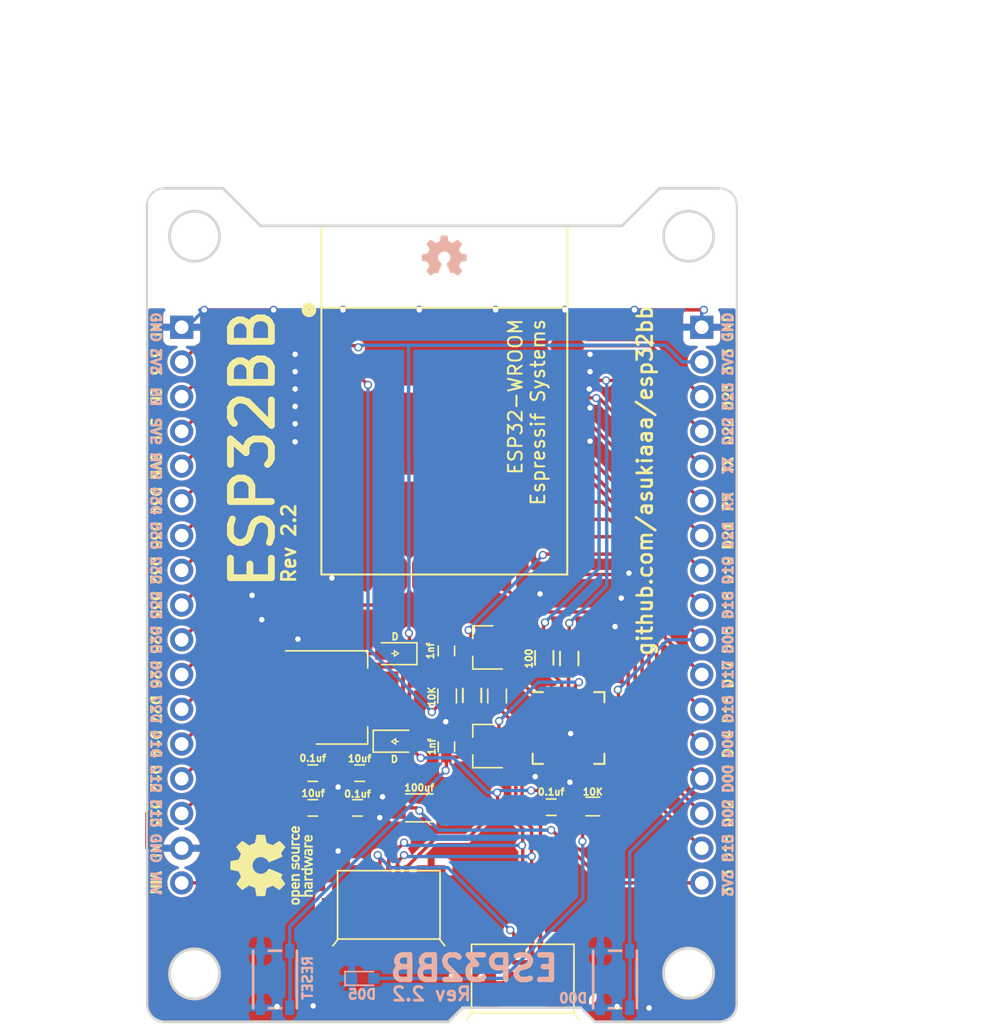
<source format=kicad_pcb>
(kicad_pcb (version 20221018) (generator pcbnew)
  (title_block (title "ESP32BB") (date "2017-03-28") (rev "2.1"))
  (layers (0 "F.Cu" signal) (31 "B.Cu" signal) (34 "B.Paste" user) (35 "F.Paste" user) (36 "B.SilkS" user "B.Silkscreen") (37 "F.SilkS" user "F.Silkscreen") (38 "B.Mask" user) (39 "F.Mask" user) (44 "Edge.Cuts" user))
  (net 0 "")
  (net 1 "+3V3")
  (net 2 "GND")
  (net 3 "VCC")
  (net 4 "+5V")
  (net 5 "RXDtoTXD0")
  (net 6 "D+")
  (net 7 "D-")
  (net 8 "TXDtoRXD0")
  (net 9 "EN")
  (net 10 "SVP")
  (net 11 "SVN")
  (net 12 "IO34")
  (net 13 "IO35")
  (net 14 "IO32")
  (net 15 "IO33")
  (net 16 "IO25")
  (net 17 "IO26")
  (net 18 "IO27")
  (net 19 "IO14")
  (net 20 "IO12")
  (net 21 "IO13")
  (net 22 "IO23")
  (net 23 "IO22")
  (net 24 "IO21")
  (net 25 "IO19")
  (net 26 "IO18")
  (net 27 "IO5")
  (net 28 "IO17")
  (net 29 "IO16")
  (net 30 "IO4")
  (net 31 "IO2")
  (net 32 "IO15")
  (net 33 "Net-(P3-Pad4)")
  (net 34 "Net-(U1-Pad32)")
  (net 35 "DTR")
  (net 36 "RTS")
  (net 37 "Net-(Q1-Pad1)")
  (net 38 "Net-(Q2-Pad1)")
  (net 39 "IO0(boot)")
  (net 40 "Net-(D2-Pad2)")
  (net 41 "Net-(R5-Pad2)")
  (net 42 "Net-(U1-Pad22)")
  (net 43 "Net-(U1-Pad21)")
  (net 44 "Net-(U1-Pad20)")
  (net 45 "Net-(U1-Pad19)")
  (net 46 "Net-(U1-Pad18)")
  (net 47 "Net-(U1-Pad17)")
  (net 48 "Net-(U3-Pad1)")
  (net 49 "Net-(U3-Pad2)")
  (net 50 "Net-(U3-Pad9)")
  (net 51 "Net-(U3-Pad10)")
  (net 52 "Net-(U3-Pad11)")
  (net 53 "Net-(U3-Pad12)")
  (net 54 "Net-(U3-Pad13)")
  (net 55 "Net-(U3-Pad14)")
  (net 56 "Net-(U3-Pad15)")
  (net 57 "Net-(U3-Pad16)")
  (net 58 "Net-(U3-Pad17)")
  (net 59 "Net-(U3-Pad18)")
  (net 60 "Net-(U3-Pad19)")
  (net 61 "Net-(U3-Pad20)")
  (net 62 "Net-(U3-Pad21)")
  (net 63 "Net-(U3-Pad22)")
  (net 64 "Net-(U3-Pad23)")
  (net 65 "Net-(U3-Pad27)")
  (net 66 "Net-(U3-Pad6)")
  (net 67 "Net-(R6-Pad2)")
  (net 68 "Net-(D3-Pad2)")
  (footprint "Capacitors_SMD:C_0603" (layer "F.Cu") (at 171.7802 94.7928 -90)
    (fp_text reference "C2")
    (fp_text value "1nf")
  )
  (footprint "Capacitors_SMD:C_0603" (layer "F.Cu") (at 165.4302 103.7336 180)
    (fp_text reference "C3")
    (fp_text value "10uf")
  )
  (footprint "Capacitors_SMD:C_0603" (layer "F.Cu") (at 162.0012 106.2736 180)
    (fp_text reference "C4")
    (fp_text value "10uf")
  )
  (footprint "Capacitors_SMD:C_0603" (layer "F.Cu") (at 162.0012 103.7336 180)
    (fp_text reference "C5")
    (fp_text value "0.1uf")
  )
  (footprint "common:D_0805" (layer "F.Cu") (at 168.021 101.3968)
    (fp_text reference "D1")
    (fp_text value "D")
  )
  (footprint "usb_micro_b:USB_MICRO_B-HIROSE-ZX62R-B-5P" (layer "F.Cu") (at 177.3682 120.65)
    (fp_text reference "P3" hide)
    (fp_text value "USB_OTG" hide)
  )
  (footprint "ESP32-footprints-Lib:ESP32-WROOM" (layer "F.Cu") (at 171.6278 76.454 180)
    (fp_text reference "U1" hide)
    (fp_text value "ESP32-WROOM")
  )
  (footprint "Capacitors_SMD:C_0603" (layer "F.Cu") (at 179.451 106.2228)
    (fp_text reference "C6")
    (fp_text value "0.1uf")
  )
  (footprint "Symbols:OSHW-Logo_5.7x6mm_SilkScreen" (layer "F.Cu") (at 158.9786 110.49 90)
    (fp_text reference "REF***" hide)
    (fp_text value "OSHW-Logo_5.7x6mm_SilkScreen" hide)
  )
  (footprint "TO_SOT_Packages_SMD:SOT-23" (layer "F.Cu") (at 174.4726 101.7524 180)
    (fp_text reference "Q1")
    (fp_text value "MMBT3904" hide)
  )
  (footprint "TO_SOT_Packages_SMD:SOT-23" (layer "F.Cu") (at 174.4726 94.5388 180)
    (fp_text reference "Q2")
    (fp_text value "MMBT3904" hide)
  )
  (footprint "Resistors_SMD:R_0603" (layer "F.Cu") (at 173.6598 98.044 90)
    (fp_text reference "R4")
    (fp_text value "10K" hide)
  )
  (footprint "Resistors_SMD:R_0603" (layer "F.Cu") (at 180.7718 95.3516 -90)
    (fp_text reference "R5")
    (fp_text value "100" hide)
  )
  (footprint "Resistors_SMD:R_0603" (layer "F.Cu") (at 178.943 95.3008 -90)
    (fp_text reference "R6")
    (fp_text value "100")
  )
  (footprint "Capacitors_SMD:C_0603" (layer "F.Cu") (at 171.7802 101.8032 90)
    (fp_text reference "C1" hide)
    (fp_text value "1nf")
  )
  (footprint "Capacitors_SMD:C_0603" (layer "F.Cu") (at 165.2778 106.2736 180)
    (fp_text reference "C7" hide)
    (fp_text value "0.1uf")
  )
  (footprint "Capacitors_SMD:C_1206" (layer "F.Cu") (at 169.799 106.2736)
    (fp_text reference "C8" hide)
    (fp_text value "100uf")
  )
  (footprint "Resistors_SMD:R_0603" (layer "F.Cu") (at 175.4886 98.0948 -90)
    (fp_text reference "R1" hide)
    (fp_text value "10K" hide)
  )
  (footprint "Resistors_SMD:R_0603" (layer "F.Cu") (at 171.831 98.0948 90)
    (fp_text reference "R3" hide)
    (fp_text value "10K")
  )
  (footprint "Housings_DFN_QFN:QFN-28-1EP_5x5mm_Pitch0.5mm" (layer "F.Cu") (at 180.721 100.4316)
    (fp_text reference "U3" hide)
    (fp_text value "CP2102")
  )
  (footprint "TO_SOT_Packages_SMD:SOT-223" (layer "F.Cu") (at 164.1094 98.1964)
    (fp_text reference "U2")
    (fp_text value "NCP1117ST33T3G" hide)
  )
  (footprint "usb_micro_b:USB_MICRO_B-HIROSE-ZX62R-B-5P" (layer "F.Cu") (at 167.5638 115.2652)
    (fp_text reference "P3" hide)
    (fp_text value "USB_OTG" hide)
  )
  (footprint "Resistors_SMD:R_0603" (layer "F.Cu") (at 182.499 106.172 180)
    (fp_text reference "R2" hide)
    (fp_text value "10K")
  )
  (footprint "common:D_0805" (layer "F.Cu") (at 168.021 94.996 180)
    (fp_text reference "D2")
    (fp_text value "D")
  )
  (footprint "osh-logo:osh-logo-3p4mm" (layer "B.Cu") (at 171.6278 65.8876 180)
    (fp_text reference "G***" hide)
    (fp_text value "LOGO" hide)
  )
  (footprint "common:Pin_Header_Straight_1x17_Pitch2.54mm" (layer "B.Cu") (at 152.4 71.12 180)
    (fp_text reference "P1" hide)
    (fp_text value "CONN_01X17" hide)
  )
  (footprint "switch:SKRPACE010" (layer "B.Cu") (at 184.1246 118.8212 90)
    (fp_text reference "SW1" hide)
    (fp_text value "SWITCH_SPST" hide)
  )
  (footprint "switch:SKRPACE010" (layer "B.Cu") (at 159.2326 118.8212 90)
    (fp_text reference "SW2" hide)
    (fp_text value "SWITCH_SPST" hide)
  )
  (footprint "common:Pin_Header_Straight_1x17_Pitch2.54mm" (layer "B.Cu") (at 190.4746 71.12 180)
    (fp_text reference "P2" hide)
    (fp_text value "CONN_01X17" hide)
  )
  (footprint "LEDs:LED_0603" (layer "B.Cu") (at 165.6588 118.745)
    (fp_text reference "D3")
    (fp_text value "D05")
  )
  (gr_circle (center 189.5094 64.4652) (end 190.8302 65.7352) (stroke (width 0.2)) (fill none) (layer "Edge.Cuts"))
  (gr_circle (center 153.3398 118.4148) (end 154.6606 119.6848) (stroke (width 0.2)) (fill none) (layer "Edge.Cuts"))
  (gr_circle (center 189.5094 118.364) (end 190.8302 119.634) (stroke (width 0.2)) (fill none) (layer "Edge.Cuts"))
  (gr_circle (center 153.3398 64.4652) (end 154.6606 65.7352) (stroke (width 0.2)) (fill none) (layer "Edge.Cuts"))
  (gr_line (start 187.3758 60.96) (end 191.7446 60.96) (stroke (width 0.2)) (layer "Edge.Cuts"))
  (gr_line (start 182.6514 121.92) (end 191.7446 121.92) (stroke (width 0.2)) (layer "Edge.Cuts"))
  (gr_arc (start 191.77 60.96) (mid 192.668026 61.331974) (end 193.04 62.23) (stroke (width 0.15)) (layer "Edge.Cuts"))
  (gr_line (start 158.1658 63.7032) (end 184.6326 63.7032) (stroke (width 0.2)) (layer "Edge.Cuts"))
  (gr_line (start 151.1046 60.96) (end 155.4226 60.96) (stroke (width 0.2)) (layer "Edge.Cuts"))
  (gr_line (start 171.9326 121.92) (end 151.1554 121.92) (stroke (width 0.2)) (layer "Edge.Cuts"))
  (gr_line (start 182.626 121.92) (end 181.61 120.904) (stroke (width 0.15)) (layer "Edge.Cuts"))
  (gr_arc (start 193.04 120.65) (mid 192.668026 121.548026) (end 191.77 121.92) (stroke (width 0.15)) (layer "Edge.Cuts"))
  (gr_line (start 172.974 120.904) (end 181.61 120.904) (stroke (width 0.15)) (layer "Edge.Cuts"))
  (gr_line (start 193.04 120.65) (end 193.04 62.23) (stroke (width 0.15)) (layer "Edge.Cuts"))
  (gr_arc (start 151.13 121.92) (mid 150.231974 121.548026) (end 149.86 120.65) (stroke (width 0.15)) (layer "Edge.Cuts"))
  (gr_line (start 172.9486 120.904) (end 171.9326 121.92) (stroke (width 0.2)) (layer "Edge.Cuts"))
  (gr_line (start 184.6326 63.7032) (end 187.3758 60.96) (stroke (width 0.2)) (layer "Edge.Cuts"))
  (gr_line (start 155.4226 60.96) (end 158.1658 63.7032) (stroke (width 0.2)) (layer "Edge.Cuts"))
  (gr_line (start 149.86 62.23) (end 149.86 120.65) (stroke (width 0.15)) (layer "Edge.Cuts"))
  (gr_arc (start 149.86 62.23) (mid 150.231974 61.331974) (end 151.13 60.96) (stroke (width 0.15)) (layer "Edge.Cuts"))
  (gr_text "D18" (at 192.405 91.44 90) (layer "B.SilkS") (effects (font (size 0.7 0.7) (thickness 0.175)) (justify mirror)))
  (gr_text "D00" (at 182.1942 120.1928) (layer "B.SilkS") (effects (font (size 0.7 0.7) (thickness 0.175)) (justify left mirror)))
  (gr_text "VIN" (at 150.495 111.76 270) (layer "B.SilkS") (effects (font (size 0.7 0.7) (thickness 0.175)) (justify mirror)))
  (gr_text "SVN" (at 150.495 81.28 270) (layer "B.SilkS") (effects (font (size 0.7 0.7) (thickness 0.175)) (justify mirror)))
  (gr_text "3V3" (at 150.495 73.66 270) (layer "B.SilkS") (effects (font (size 0.7 0.7) (thickness 0.175)) (justify mirror)))
  (gr_text "GND" (at 150.495 71.12 270) (layer "B.SilkS") (effects (font (size 0.7 0.7) (thickness 0.175)) (justify mirror)))
  (gr_text "GND" (at 192.3542 71.12 90) (layer "B.SilkS") (effects (font (size 0.7 0.7) (thickness 0.175)) (justify mirror)))
  (gr_text "GND" (at 150.495 109.22 270) (layer "B.SilkS") (effects (font (size 0.7 0.7) (thickness 0.175)) (justify mirror)))
  (gr_text "SVP" (at 150.495 78.74 270) (layer "B.SilkS") (effects (font (size 0.7 0.7) (thickness 0.175)) (justify mirror)))
  (gr_text "D19" (at 192.405 88.9 90) (layer "B.SilkS") (effects (font (size 0.7 0.7) (thickness 0.175)) (justify mirror)))
  (gr_text "D33" (at 150.495 91.44 270) (layer "B.SilkS") (effects (font (size 0.7 0.7) (thickness 0.175)) (justify mirror)))
  (gr_text "RX" (at 192.405 83.8835 90) (layer "B.SilkS") (effects (font (size 0.7 0.7) (thickness 0.175)) (justify mirror)))
  (gr_text "D05" (at 192.405 93.98 90) (layer "B.SilkS") (effects (font (size 0.7 0.7) (thickness 0.175)) (justify mirror)))
  (gr_text "3V3" (at 192.405 111.76 90) (layer "B.SilkS") (effects (font (size 0.7 0.7) (thickness 0.175)) (justify mirror)))
  (gr_text "D22" (at 192.405 78.74 90) (layer "B.SilkS") (effects (font (size 0.7 0.7) (thickness 0.175)) (justify mirror)))
  (gr_text "3V3" (at 192.405 73.66 90) (layer "B.SilkS") (effects (font (size 0.7 0.7) (thickness 0.175)) (justify mirror)))
  (gr_text "D14" (at 150.495 101.6 270) (layer "B.SilkS") (effects (font (size 0.7 0.7) (thickness 0.175)) (justify mirror)))
  (gr_text "D23" (at 192.405 76.2 90) (layer "B.SilkS") (effects (font (size 0.7 0.7) (thickness 0.175)) (justify mirror)))
  (gr_text "D16" (at 192.405 99.06 90) (layer "B.SilkS") (effects (font (size 0.7 0.7) (thickness 0.175)) (justify mirror)))
  (gr_text "ESP32BB" (at 173.8122 118.0084) (layer "B.SilkS") (effects (font (size 1.8 1.8) (thickness 0.4)) (justify mirror)))
  (gr_text "D26" (at 150.495 96.52 270) (layer "B.SilkS") (effects (font (size 0.7 0.7) (thickness 0.175)) (justify mirror)))
  (gr_text "D25" (at 150.495 93.98 270) (layer "B.SilkS") (effects (font (size 0.7 0.7) (thickness 0.175)) (justify mirror)))
  (gr_text "D12" (at 150.495 104.14 270) (layer "B.SilkS") (effects (font (size 0.7 0.7) (thickness 0.175)) (justify mirror)))
  (gr_text "Rev 2.2" (at 170.688 119.888) (layer "B.SilkS") (effects (font (size 1 1) (thickness 0.2)) (justify mirror)))
  (gr_text "D34" (at 150.495 83.82 270) (layer "B.SilkS") (effects (font (size 0.7 0.7) (thickness 0.175)) (justify mirror)))
  (gr_text "TX" (at 192.405 81.2165 90) (layer "B.SilkS") (effects (font (size 0.7 0.7) (thickness 0.175)) (justify mirror)))
  (gr_text "D32" (at 150.495 88.9 270) (layer "B.SilkS") (effects (font (size 0.7 0.7) (thickness 0.175)) (justify mirror)))
  (gr_text "D00" (at 192.405 104.14 90) (layer "B.SilkS") (effects (font (size 0.7 0.7) (thickness 0.175)) (justify mirror)))
  (gr_text "RESET" (at 161.6202 120.396 90) (layer "B.SilkS") (effects (font (size 0.7 0.7) (thickness 0.175)) (justify right mirror)))
  (gr_text "D04" (at 192.405 101.6 90) (layer "B.SilkS") (effects (font (size 0.7 0.7) (thickness 0.175)) (justify mirror)))
  (gr_text "D27" (at 150.495 99.06 270) (layer "B.SilkS") (effects (font (size 0.7 0.7) (thickness 0.175)) (justify mirror)))
  (gr_text "D17" (at 192.405 96.52 90) (layer "B.SilkS") (effects (font (size 0.7 0.7) (thickness 0.175)) (justify mirror)))
  (gr_text "D35" (at 150.495 86.36 270) (layer "B.SilkS") (effects (font (size 0.7 0.7) (thickness 0.175)) (justify mirror)))
  (gr_text "D15" (at 192.405 109.22 90) (layer "B.SilkS") (effects (font (size 0.7 0.7) (thickness 0.175)) (justify mirror)))
  (gr_text "D13" (at 150.495 106.68 270) (layer "B.SilkS") (effects (font (size 0.7 0.7) (thickness 0.175)) (justify mirror)))
  (gr_text "D21" (at 192.405 86.36 90) (layer "B.SilkS") (effects (font (size 0.7 0.7) (thickness 0.175)) (justify mirror)))
  (gr_text "EN" (at 150.495 76.2 270) (layer "B.SilkS") (effects (font (size 0.7 0.7) (thickness 0.175)) (justify mirror)))
  (gr_text "D02" (at 192.405 106.68 90) (layer "B.SilkS") (effects (font (size 0.7 0.7) (thickness 0.175)) (justify mirror)))
  (gr_text "D16" (at 192.405 99.06 90) (layer "F.SilkS") (effects (font (size 0.7 0.7) (thickness 0.175))))
  (gr_text "D33" (at 150.495 91.44 270) (layer "F.SilkS") (effects (font (size 0.7 0.7) (thickness 0.175))))
  (gr_text "SVN" (at 150.495 81.28 270) (layer "F.SilkS") (effects (font (size 0.7 0.7) (thickness 0.175))))
  (gr_text "D12" (at 150.495 104.14 270) (layer "F.SilkS") (effects (font (size 0.7 0.7) (thickness 0.175))))
  (gr_text "D15" (at 192.405 109.22 90) (layer "F.SilkS") (effects (font (size 0.7 0.7) (thickness 0.175))))
  (gr_text "GND" (at 150.495 109.22 270) (layer "F.SilkS") (effects (font (size 0.7 0.7) (thickness 0.175))))
  (gr_text "3V3" (at 150.495 73.66 270) (layer "F.SilkS") (effects (font (size 0.7 0.7) (thickness 0.175))))
  (gr_text "EN" (at 150.495 76.2 270) (layer "F.SilkS") (effects (font (size 0.7 0.7) (thickness 0.175))))
  (gr_text "ESP32BB" (at 157.607 80.01 90) (layer "F.SilkS") (effects (font (size 3 3) (thickness 0.5))))
  (gr_text "Rev 2.2" (at 160.2486 86.9188 90) (layer "F.SilkS") (effects (font (size 1 1) (thickness 0.2))))
  (gr_text "D27" (at 150.495 99.06 270) (layer "F.SilkS") (effects (font (size 0.7 0.7) (thickness 0.175))))
  (gr_text "D02" (at 192.405 106.68 90) (layer "F.SilkS") (effects (font (size 0.7 0.7) (thickness 0.175))))
  (gr_text "D25" (at 150.495 93.98 270) (layer "F.SilkS") (effects (font (size 0.7 0.7) (thickness 0.175))))
  (gr_text "github.com/asukiaaa/esp32bb" (at 186.309 82.3468 90) (layer "F.SilkS") (effects (font (size 1.1 1.1) (thickness 0.2))))
  (gr_text "D21" (at 192.405 86.36 90) (layer "F.SilkS") (effects (font (size 0.7 0.7) (thickness 0.175))))
  (gr_text "D34" (at 150.495 83.82 270) (layer "F.SilkS") (effects (font (size 0.7 0.7) (thickness 0.175))))
  (gr_text "D32" (at 150.495 88.9 270) (layer "F.SilkS") (effects (font (size 0.7 0.7) (thickness 0.175))))
  (gr_text "D22" (at 192.405 78.74 90) (layer "F.SilkS") (effects (font (size 0.7 0.7) (thickness 0.175))))
  (gr_text "VIN" (at 150.495 111.76 270) (layer "F.SilkS") (effects (font (size 0.7 0.7) (thickness 0.175))))
  (gr_text "D14" (at 150.495 101.6 270) (layer "F.SilkS") (effects (font (size 0.7 0.7) (thickness 0.175))))
  (gr_text "D13" (at 150.495 106.68 270) (layer "F.SilkS") (effects (font (size 0.7 0.7) (thickness 0.175))))
  (gr_text "D05" (at 192.405 93.98 90) (layer "F.SilkS") (effects (font (size 0.7 0.7) (thickness 0.175))))
  (gr_text "D26" (at 150.495 96.52 270) (layer "F.SilkS") (effects (font (size 0.7 0.7) (thickness 0.175))))
  (gr_text "GND" (at 192.405 71.12 90) (layer "F.SilkS") (effects (font (size 0.7 0.7) (thickness 0.175))))
  (gr_text "RX" (at 192.405 83.8835 90) (layer "F.SilkS") (effects (font (size 0.7 0.7) (thickness 0.175))))
  (gr_text "GND" (at 150.495 71.12 270) (layer "F.SilkS") (effects (font (size 0.7 0.7) (thickness 0.175))))
  (gr_text "3V3" (at 192.405 73.66 90) (layer "F.SilkS") (effects (font (size 0.7 0.7) (thickness 0.175))))
  (gr_text "D19" (at 192.405 88.9 90) (layer "F.SilkS") (effects (font (size 0.7 0.7) (thickness 0.175))))
  (gr_text "D04" (at 192.405 101.6 90) (layer "F.SilkS") (effects (font (size 0.7 0.7) (thickness 0.175))))
  (gr_text "D00" (at 192.405 104.14 90) (layer "F.SilkS") (effects (font (size 0.7 0.7) (thickness 0.175))))
  (gr_text "TX" (at 192.405 81.2165 90) (layer "F.SilkS") (effects (font (size 0.7 0.7) (thickness 0.175))))
  (gr_text "D18" (at 192.405 91.44 90) (layer "F.SilkS") (effects (font (size 0.7 0.7) (thickness 0.175))))
  (gr_text "SVP" (at 150.495 78.74 270) (layer "F.SilkS") (effects (font (size 0.7 0.7) (thickness 0.175))))
  (gr_text "3V3" (at 192.405 111.76 90) (layer "F.SilkS") (effects (font (size 0.7 0.7) (thickness 0.175))))
  (gr_text "D23" (at 192.405 76.2 90) (layer "F.SilkS") (effects (font (size 0.7 0.7) (thickness 0.175))))
  (gr_text "D35" (at 150.495 86.36 270) (layer "F.SilkS") (effects (font (size 0.7 0.7) (thickness 0.175))))
  (gr_text "D17" (at 192.405 96.52 90) (layer "F.SilkS") (effects (font (size 0.7 0.7) (thickness 0.175))))
  (segment (start 149.86 106.68) (end 149.987 106.553) (width 0.25) (layer "F.Cu") (net 0))
  (segment (start 149.86 109.22) (end 149.86 106.68) (width 0.25) (layer "F.Cu") (net 0))
  (segment (start 166.2938 106.4126) (end 166.1548 106.2736) (width 0.25) (layer "F.Cu") (net 1))
  (segment (start 166.1802 106.2228) (end 166.231 106.2736) (width 0.25) (layer "F.Cu") (net 1))
  (segment (start 166.231 106.2736) (end 168.299 106.2736) (width 0.25) (layer "F.Cu") (net 1))
  (segment (start 153.586 72.474) (end 152.4 73.66) (width 0.25) (layer "F.Cu") (net 1))
  (segment (start 165.3286 72.5932) (end 165.2094 72.474) (width 0.25) (layer "F.Cu") (net 1))
  (segment (start 165.2094 72.474) (end 162.6278 72.474) (width 0.25) (layer "F.Cu") (net 1))
  (segment (start 169.5958 106.2736) (end 169.799 106.4768) (width 0.25) (layer "F.Cu") (net 1))
  (segment (start 179.5018 107.8992) (end 183.3626 111.76) (width 0.25) (layer "F.Cu") (net 1))
  (segment (start 183.3626 111.76) (end 190.4746 111.76) (width 0.25) (layer "F.Cu") (net 1))
  (segment (start 166.243 103.7336) (end 167.9702 102.0064) (width 0.25) (layer "F.Cu") (net 1))
  (segment (start 167.9702 102.0064) (end 167.9702 100.8888) (width 0.25) (layer "F.Cu") (net 1))
  (segment (start 167.9702 100.8888) (end 169.071 99.788) (width 0.25) (layer "F.Cu") (net 1))
  (segment (start 169.071 99.788) (end 169.071 97.4512) (width 0.25) (layer "F.Cu") (net 1))
  (segment (start 169.1774 97.3448) (end 169.071 97.4512) (width 0.25) (layer "F.Cu") (net 1))
  (segment (start 169.071 97.4512) (end 169.071 94.996) (width 0.25) (layer "F.Cu") (net 1))
  (segment (start 169.071 93.5314) (end 169.037 93.4974) (width 0.25) (layer "F.Cu") (net 1))
  (segment (start 169.071 94.996) (end 169.071 93.5314) (width 0.25) (layer "F.Cu") (net 1))
  (segment (start 171.831 97.3448) (end 169.1774 97.3448) (width 0.25) (layer "F.Cu") (net 1))
  (segment (start 166.1802 103.7336) (end 166.243 103.7336) (width 0.25) (layer "F.Cu") (net 1))
  (segment (start 162.6278 72.474) (end 153.586 72.474) (width 0.25) (layer "F.Cu") (net 1))
  (segment (start 179.451 107.8992) (end 179.5018 107.8992) (width 0.25) (layer "F.Cu") (net 1))
  (segment (start 168.299 106.2736) (end 169.5958 106.2736) (width 0.25) (layer "F.Cu") (net 1))
  (segment (start 166.1802 103.7336) (end 166.1802 106.2228) (width 0.25) (layer "F.Cu") (net 1))
  (segment (start 171.831 97.3448) (end 171.4634 97.3448) (width 0.25) (layer "F.Cu") (net 1))
  (via (at 179.451 107.8992) (size 0.6) (drill 0.4) (layers "F.Cu" "B.Cu") (net 1))
  (via (at 165.3286 72.5932) (size 0.6) (drill 0.4) (layers "F.Cu" "B.Cu") (net 1))
  (via (at 169.037 93.4974) (size 0.6) (drill 0.4) (layers "F.Cu" "B.Cu") (net 1))
  (via (at 169.799 106.4768) (size 0.6) (drill 0.4) (layers "F.Cu" "B.Cu") (net 1))
  (segment (start 169.799 106.4768) (end 171.2214 107.8992) (width 0.25) (layer "B.Cu") (net 1))
  (segment (start 171.2214 107.8992) (end 179.451 107.8992) (width 0.25) (layer "B.Cu") (net 1))
  (segment (start 189.0522 73.66) (end 187.833 72.4408) (width 0.25) (layer "B.Cu") (net 1))
  (segment (start 187.833 72.4408) (end 170.0022 72.4408) (width 0.25) (layer "B.Cu") (net 1))
  (segment (start 165.481 72.4408) (end 165.3286 72.5932) (width 0.25) (layer "B.Cu") (net 1))
  (segment (start 170.0022 72.4408) (end 169.0116 72.4408) (width 0.25) (layer "B.Cu") (net 1))
  (segment (start 169.037 93.4974) (end 169.037 80.7212) (width 0.25) (layer "B.Cu") (net 1))
  (segment (start 169.037 80.7212) (end 169.0116 80.6958) (width 0.25) (layer "B.Cu") (net 1))
  (segment (start 169.0116 80.6958) (end 169.0116 72.4408) (width 0.25) (layer "B.Cu") (net 1))
  (segment (start 169.0116 72.4408) (end 165.481 72.4408) (width 0.25) (layer "B.Cu") (net 1))
  (segment (start 190.4746 73.66) (end 189.0522 73.66) (width 0.25) (layer "B.Cu") (net 1))
  (segment (start 190.5 73.66) (end 190.373 73.66) (width 0.25) (layer "B.Cu") (net 1))
  (segment (start 161.2512 103.9756) (end 161.2512 103.7336) (width 0.25) (layer "F.Cu") (net 2))
  (segment (start 164.6802 106.2228) (end 164.6294 106.2736) (width 0.25) (layer "F.Cu") (net 2))
  (segment (start 190.3906 71.204) (end 190.4746 71.12) (width 0.25) (layer "F.Cu") (net 2))
  (segment (start 162.5438 71.12) (end 162.6278 71.204) (width 0.25) (layer "F.Cu") (net 2))
  (segment (start 162.6278 71.204) (end 171.239 71.204) (width 0.25) (layer "F.Cu") (net 2))
  (segment (start 171.3278 71.2928) (end 171.239 71.204) (width 0.25) (layer "F.Cu") (net 2))
  (segment (start 171.239 71.204) (end 180.6278 71.204) (width 0.25) (layer "F.Cu") (net 2))
  (segment (start 158.3048 109.22) (end 161.2512 106.2736) (width 0.25) (layer "F.Cu") (net 2))
  (segment (start 171.3278 80.9704) (end 166.243 86.0552) (width 0.25) (layer "F.Cu") (net 2))
  (segment (start 166.243 86.0552) (end 166.243 88.8738) (width 0.25) (layer "F.Cu") (net 2))
  (segment (start 166.243 88.8738) (end 165.9128 89.204) (width 0.25) (layer "F.Cu") (net 2))
  (segment (start 163.653 89.204) (end 163.3982 89.4588) (width 0.25) (layer "F.Cu") (net 2))
  (segment (start 160.909 93.9292) (end 160.9594 93.9796) (width 0.25) (layer "F.Cu") (net 2))
  (segment (start 160.9594 93.9796) (end 160.9594 95.8964) (width 0.25) (layer "F.Cu") (net 2))
  (segment (start 160.5674 95.8964) (end 159.3342 97.1296) (width 0.25) (layer "F.Cu") (net 2))
  (segment (start 159.3342 97.1296) (end 159.3342 101.8166) (width 0.25) (layer "F.Cu") (net 2))
  (segment (start 159.3342 101.8166) (end 161.2512 103.7336) (width 0.25) (layer "F.Cu") (net 2))
  (segment (start 163.8554 104.7496) (end 164.6802 104.7496) (width 0.25) (layer "F.Cu") (net 2))
  (segment (start 164.6802 104.7496) (end 164.6682 104.7496) (width 0.25) (layer "F.Cu") (net 2))
  (segment (start 164.6682 104.7496) (end 164.6802 104.7496) (width 0.25) (layer "F.Cu") (net 2))
  (segment (start 164.6802 104.7496) (end 164.6802 106.2228) (width 0.25) (layer "F.Cu") (net 2))
  (segment (start 163.8554 109.4232) (end 164.4638 110.0316) (width 0.25) (layer "F.Cu") (net 2))
  (segment (start 164.4638 110.0316) (end 164.4638 111.4652) (width 0.25) (layer "F.Cu") (net 2))
  (segment (start 166.7138 113.8152) (end 168.4138 113.8152) (width 0.25) (layer "F.Cu") (net 2))
  (segment (start 168.4138 113.8152) (end 171.6638 113.8152) (width 0.25) (layer "F.Cu") (net 2))
  (segment (start 170.6638 112.8152) (end 171.6638 113.8152) (width 0.25) (layer "F.Cu") (net 2))
  (segment (start 164.4638 112.8152) (end 163.4638 113.8152) (width 0.25) (layer "F.Cu") (net 2))
  (segment (start 166.2638 113.3652) (end 166.7138 113.8152) (width 0.25) (layer "F.Cu") (net 2))
  (segment (start 165.9388 111.4652) (end 166.2638 111.1402) (width 0.25) (layer "F.Cu") (net 2))
  (segment (start 171.7294 99.9744) (end 171.7802 100.0252) (width 0.25) (layer "F.Cu") (net 2))
  (segment (start 171.7802 100.0252) (end 171.7802 101.0532) (width 0.25) (layer "F.Cu") (net 2))
  (segment (start 179.546 99.9316) (end 179.8835 99.5941) (width 0.25) (layer "F.Cu") (net 2))
  (segment (start 180.201 105.0156) (end 180.8226 104.394) (width 0.25) (layer "F.Cu") (net 2))
  (segment (start 180.8734 100.838) (end 181.3045 101.2691) (width 0.25) (layer "F.Cu") (net 2))
  (segment (start 181.3045 101.2691) (end 181.5585 101.2691) (width 0.25) (layer "F.Cu") (net 2))
  (segment (start 179.546 99.9316) (end 179.8835 99.5941) (width 0.25) (layer "F.Cu") (net 2))
  (segment (start 174.2682 118.2) (end 173.2682 119.2) (width 0.25) (layer "F.Cu") (net 2))
  (segment (start 173.2682 119.2) (end 176.5182 119.2) (width 0.25) (layer "F.Cu") (net 2))
  (segment (start 176.5182 119.2) (end 178.2182 119.2) (width 0.25) (layer "F.Cu") (net 2))
  (segment (start 178.2182 119.2) (end 181.4682 119.2) (width 0.25) (layer "F.Cu") (net 2))
  (segment (start 181.4682 119.2) (end 180.4682 118.2) (width 0.25) (layer "F.Cu") (net 2))
  (segment (start 180.4682 118.2) (end 180.4682 116.85) (width 0.25) (layer "F.Cu") (net 2))
  (segment (start 176.5182 118.3776) (end 176.0682 117.9276) (width 0.25) (layer "F.Cu") (net 2))
  (segment (start 176.0682 117.9276) (end 176.0682 116.525) (width 0.25) (layer "F.Cu") (net 2))
  (segment (start 175.7432 116.85) (end 176.0682 116.525) (width 0.25) (layer "F.Cu") (net 2))
  (segment (start 171.7802 101.1428) (end 170.6626 102.2604) (width 0.25) (layer "F.Cu") (net 2))
  (segment (start 170.6626 102.2604) (end 170.6626 105.6372) (width 0.25) (layer "F.Cu") (net 2))
  (segment (start 170.6626 105.6372) (end 171.299 106.2736) (width 0.25) (layer "F.Cu") (net 2))
  (segment (start 171.6638 114.2456) (end 174.2682 116.85) (width 0.25) (layer "F.Cu") (net 2))
  (segment (start 184.5818 90.932) (end 184.5818 90.8304) (width 0.25) (layer "F.Cu") (net 2))
  (segment (start 179.8835 99.5941) (end 179.8835 101.2691) (width 0.25) (layer "F.Cu") (net 2))
  (segment (start 179.8835 101.2691) (end 181.5585 101.2691) (width 0.25) (layer "F.Cu") (net 2))
  (segment (start 160.7058 76.9112) (end 160.7058 76.8604) (width 0.25) (layer "F.Cu") (net 2))
  (segment (start 159.6898 93.9292) (end 158.2674 92.5068) (width 0.25) (layer "F.Cu") (net 2))
  (segment (start 157.5562 90.7288) (end 157.5562 90.6272) (width 0.25) (layer "F.Cu") (net 2))
  (segment (start 166.9034 106.9848) (end 166.9034 107.0864) (width 0.25) (layer "F.Cu") (net 2))
  (segment (start 167.1066 105.4608) (end 167.1066 105.664) (width 0.25) (layer "F.Cu") (net 2))
  (segment (start 184.9098 119.2) (end 186.6138 120.904) (width 0.25) (layer "F.Cu") (net 2))
  (segment (start 163.5782 119.2) (end 162.0266 120.7516) (width 0.25) (layer "F.Cu") (net 2))
  (segment (start 159.4358 120.7516) (end 159.385 120.8024) (width 0.25) (layer "F.Cu") (net 2))
  (segment (start 182.6746 119.2) (end 184.277 120.8024) (width 0.25) (layer "F.Cu") (net 2))
  (segment (start 178.943 90.932) (end 178.6382 90.6272) (width 0.25) (layer "F.Cu") (net 2))
  (segment (start 182.2958 77.0128) (end 182.2958 77.0636) (width 0.25) (layer "F.Cu") (net 2))
  (segment (start 154.051 69.85) (end 159.131 69.85) (width 0.25) (layer "F.Cu") (net 2))
  (segment (start 164.211 69.85) (end 169.799 69.85) (width 0.25) (layer "F.Cu") (net 2))
  (segment (start 175.387 69.85) (end 180.467 69.85) (width 0.25) (layer "F.Cu") (net 2))
  (segment (start 185.547 69.85) (end 190.627 69.85) (width 0.25) (layer "F.Cu") (net 2))
  (segment (start 161.9504 93.9292) (end 163.2204 92.6592) (width 0.25) (layer "F.Cu") (net 2))
  (segment (start 163.2204 92.6592) (end 169.8498 92.6592) (width 0.25) (layer "F.Cu") (net 2))
  (segment (start 169.8498 92.6592) (end 170.4848 93.2942) (width 0.25) (layer "F.Cu") (net 2))
  (segment (start 170.4848 93.2942) (end 170.4848 95.0214) (width 0.25) (layer "F.Cu") (net 2))
  (segment (start 170.4848 95.0214) (end 171.0062 95.5428) (width 0.25) (layer "F.Cu") (net 2))
  (segment (start 171.0062 95.5428) (end 171.7802 95.5428) (width 0.25) (layer "F.Cu") (net 2))
  (segment (start 184.5818 90.932) (end 178.943 90.932) (width 0.25) (layer "F.Cu") (net 2))
  (segment (start 160.909 93.9292) (end 161.9504 93.9292) (width 0.25) (layer "F.Cu") (net 2))
  (segment (start 181.4682 119.2) (end 184.9098 119.2) (width 0.25) (layer "F.Cu") (net 2))
  (segment (start 164.6802 103.7336) (end 164.6802 104.7496) (width 0.25) (layer "F.Cu") (net 2))
  (segment (start 152.4 71.12) (end 162.5438 71.12) (width 0.25) (layer "F.Cu") (net 2))
  (segment (start 181.4682 119.2) (end 182.6746 119.2) (width 0.25) (layer "F.Cu") (net 2))
  (segment (start 162.0266 120.7516) (end 159.4358 120.7516) (width 0.25) (layer "F.Cu") (net 2))
  (segment (start 160.909 93.9292) (end 159.6898 93.9292) (width 0.25) (layer "F.Cu") (net 2))
  (segment (start 180.6278 71.204) (end 190.3906 71.204) (width 0.25) (layer "F.Cu") (net 2))
  (segment (start 160.9594 95.8964) (end 160.5674 95.8964) (width 0.25) (layer "F.Cu") (net 2))
  (segment (start 171.3278 78.904) (end 171.3278 80.9704) (width 0.25) (layer "F.Cu") (net 2))
  (segment (start 173.2682 119.2) (end 163.5782 119.2) (width 0.25) (layer "F.Cu") (net 2))
  (segment (start 171.7802 101.0532) (end 171.7802 101.1428) (width 0.25) (layer "F.Cu") (net 2))
  (segment (start 178.271 99.9316) (end 179.546 99.9316) (width 0.25) (layer "F.Cu") (net 2))
  (segment (start 152.4 109.22) (end 152.781 109.22) (width 0.25) (layer "F.Cu") (net 2))
  (segment (start 176.5182 119.2) (end 176.5182 118.3776) (width 0.25) (layer "F.Cu") (net 2))
  (segment (start 171.6638 113.8152) (end 171.6638 114.2456) (width 0.25) (layer "F.Cu") (net 2))
  (segment (start 164.4638 111.4652) (end 165.9388 111.4652) (width 0.25) (layer "F.Cu") (net 2))
  (segment (start 161.2512 106.2736) (end 161.2512 103.7336) (width 0.25) (layer "F.Cu") (net 2))
  (segment (start 171.3278 78.904) (end 171.3278 71.2928) (width 0.25) (layer "F.Cu") (net 2))
  (segment (start 165.9128 89.204) (end 163.653 89.204) (width 0.25) (layer "F.Cu") (net 2))
  (segment (start 180.201 106.2228) (end 180.201 105.0156) (width 0.25) (layer "F.Cu") (net 2))
  (segment (start 166.2638 111.1402) (end 166.2638 113.3652) (width 0.25) (layer "F.Cu") (net 2))
  (segment (start 152.4 109.22) (end 158.3048 109.22) (width 0.25) (layer "F.Cu") (net 2))
  (segment (start 174.2682 116.85) (end 174.2682 118.2) (width 0.25) (layer "F.Cu") (net 2))
  (segment (start 164.4638 111.4652) (end 164.4638 112.8152) (width 0.25) (layer "F.Cu") (net 2))
  (segment (start 163.4638 113.8152) (end 166.7138 113.8152) (width 0.25) (layer "F.Cu") (net 2))
  (segment (start 170.6638 111.4652) (end 170.6638 112.8152) (width 0.25) (layer "F.Cu") (net 2))
  (segment (start 181.5585 99.5941) (end 179.8835 99.5941) (width 0.25) (layer "F.Cu") (net 2))
  (segment (start 174.2682 116.85) (end 175.7432 116.85) (width 0.25) (layer "F.Cu") (net 2))
  (via (at 182.2958 79.4512) (size 0.6) (drill 0.4) (layers "F.Cu" "B.Cu") (net 2))
  (via (at 160.7058 78.1812) (size 0.6) (drill 0.4) (layers "F.Cu" "B.Cu") (net 2))
  (via (at 160.7058 76.9112) (size 0.6) (drill 0.4) (layers "F.Cu" "B.Cu") (net 2))
  (via (at 167.1066 105.4608) (size 0.6) (drill 0.4) (layers "F.Cu" "B.Cu") (net 2))
  (via (at 182.2958 77.0128) (size 0.6) (drill 0.4) (layers "F.Cu" "B.Cu") (net 2))
  (via (at 160.7058 75.6412) (size 0.6) (drill 0.4) (layers "F.Cu" "B.Cu") (net 2))
  (via (at 184.1246 93.0148) (size 0.6) (drill 0.4) (layers "F.Cu" "B.Cu") (net 2))
  (via (at 163.8554 109.4232) (size 0.6) (drill 0.4) (layers "F.Cu" "B.Cu") (net 2))
  (via (at 171.7294 99.9744) (size 0.6) (drill 0.4) (layers "F.Cu" "B.Cu") (net 2))
  (via (at 185.547 69.85) (size 0.6) (drill 0.4) (layers "F.Cu" "B.Cu") (net 2))
  (via (at 186.6138 120.904) (size 0.6) (drill 0.4) (layers "F.Cu" "B.Cu") (net 2))
  (via (at 182.245 75.6412) (size 0.6) (drill 0.4) (layers "F.Cu" "B.Cu") (net 2))
  (via (at 182.2958 73.1012) (size 0.6) (drill 0.4) (layers "F.Cu" "B.Cu") (net 2))
  (via (at 180.8734 100.838) (size 0.6) (drill 0.4) (layers "F.Cu" "B.Cu") (net 2))
  (via (at 163.3982 89.4588) (size 0.6) (drill 0.4) (layers "F.Cu" "B.Cu") (net 2))
  (via (at 154.051 69.85) (size 0.6) (drill 0.4) (layers "F.Cu" "B.Cu") (net 2))
  (via (at 164.211 69.85) (size 0.6) (drill 0.4) (layers "F.Cu" "B.Cu") (net 2))
  (via (at 158.2674 92.5068) (size 0.6) (drill 0.4) (layers "F.Cu" "B.Cu") (net 2))
  (via (at 166.9034 106.9848) (size 0.6) (drill 0.4) (layers "F.Cu" "B.Cu") (net 2))
  (via (at 184.277 120.8024) (size 0.6) (drill 0.4) (layers "F.Cu" "B.Cu") (net 2))
  (via (at 159.131 69.85) (size 0.6) (drill 0.4) (layers "F.Cu" "B.Cu") (net 2))
  (via (at 163.8554 104.7496) (size 0.6) (drill 0.4) (layers "F.Cu" "B.Cu") (net 2))
  (via (at 160.7058 73.1012) (size 0.6) (drill 0.4) (layers "F.Cu" "B.Cu") (net 2))
  (via (at 169.799 69.85) (size 0.6) (drill 0.4) (layers "F.Cu" "B.Cu") (net 2))
  (via (at 160.7058 79.502) (size 0.6) (drill 0.4) (layers "F.Cu" "B.Cu") (net 2))
  (via (at 159.385 120.8024) (size 0.6) (drill 0.4) (layers "F.Cu" "B.Cu") (net 2))
  (via (at 160.7058 74.3712) (size 0.6) (drill 0.4) (layers "F.Cu" "B.Cu") (net 2))
  (via (at 182.2958 74.3712) (size 0.6) (drill 0.4) (layers "F.Cu" "B.Cu") (net 2))
  (via (at 162.0266 120.7516) (size 0.6) (drill 0.4) (layers "F.Cu" "B.Cu") (net 2))
  (via (at 185.1406 89.1032) (size 0.6) (drill 0.4) (layers "F.Cu" "B.Cu") (net 2))
  (via (at 180.467 69.85) (size 0.6) (drill 0.4) (layers "F.Cu" "B.Cu") (net 2))
  (via (at 178.2826 103.9876) (size 0.6) (drill 0.4) (layers "F.Cu" "B.Cu") (net 2))
  (via (at 184.5818 90.932) (size 0.6) (drill 0.4) (layers "F.Cu" "B.Cu") (net 2))
  (via (at 175.387 69.85) (size 0.6) (drill 0.4) (layers "F.Cu" "B.Cu") (net 2))
  (via (at 160.909 93.9292) (size 0.6) (drill 0.4) (layers "F.Cu" "B.Cu") (net 2))
  (via (at 157.5562 90.7288) (size 0.6) (drill 0.4) (layers "F.Cu" "B.Cu") (net 2))
  (via (at 190.627 69.85) (size 0.6) (drill 0.4) (layers "F.Cu" "B.Cu") (net 2))
  (via (at 178.6382 90.6272) (size 0.6) (drill 0.4) (layers "F.Cu" "B.Cu") (net 2))
  (via (at 180.8226 104.394) (size 0.6) (drill 0.4) (layers "F.Cu" "B.Cu") (net 2))
  (segment (start 183.075 119.4435) (end 183.075 120.947) (width 0.25) (layer "B.Cu") (net 2))
  (segment (start 158.183 117.0985) (end 158.183 116.797) (width 0.25) (layer "B.Cu") (net 2))
  (segment (start 163.3982 89.4588) (end 160.909 91.948) (width 0.25) (layer "B.Cu") (net 2))
  (segment (start 160.909 91.948) (end 160.909 93.9292) (width 0.25) (layer "B.Cu") (net 2))
  (segment (start 160.9598 93.9292) (end 163.8554 96.8248) (width 0.25) (layer "B.Cu") (net 2))
  (segment (start 163.8554 96.8248) (end 163.8554 99.9744) (width 0.25) (layer "B.Cu") (net 2))
  (segment (start 180.8226 104.394) (end 180.8734 104.3432) (width 0.25) (layer "B.Cu") (net 2))
  (segment (start 180.8734 104.3432) (end 180.8734 100.838) (width 0.25) (layer "B.Cu") (net 2))
  (segment (start 180.0098 99.9744) (end 180.8734 100.838) (width 0.25) (layer "B.Cu") (net 2))
  (segment (start 163.8554 99.9744) (end 163.9062 99.9744) (width 0.25) (layer "B.Cu") (net 2))
  (segment (start 163.9062 99.9744) (end 163.8554 99.9744) (width 0.25) (layer "B.Cu") (net 2))
  (segment (start 163.8554 99.9744) (end 163.8554 104.7496) (width 0.25) (layer "B.Cu") (net 2))
  (segment (start 163.8554 110.1344) (end 158.1576 115.8322) (width 0.25) (layer "B.Cu") (net 2))
  (segment (start 158.1576 115.8322) (end 158.1576 116.7462) (width 0.25) (layer "B.Cu") (net 2))
  (segment (start 180.8734 99.314) (end 183.7182 96.4692) (width 0.25) (layer "B.Cu") (net 2))
  (segment (start 183.7182 96.4692) (end 183.7182 92.8116) (width 0.25) (layer "B.Cu") (net 2))
  (segment (start 183.7182 91.7956) (end 184.5818 90.932) (width 0.25) (layer "B.Cu") (net 2))
  (segment (start 183.7182 92.8116) (end 183.7182 91.7956) (width 0.25) (layer "B.Cu") (net 2))
  (segment (start 183.9214 92.8116) (end 184.1246 93.0148) (width 0.25) (layer "B.Cu") (net 2))
  (segment (start 184.5818 89.662) (end 185.1406 89.1032) (width 0.25) (layer "B.Cu") (net 2))
  (segment (start 172.4914 99.9744) (end 174.1678 101.6508) (width 0.25) (layer "B.Cu") (net 2))
  (segment (start 174.1678 101.6508) (end 180.0606 101.6508) (width 0.25) (layer "B.Cu") (net 2))
  (segment (start 180.0606 101.6508) (end 180.8734 100.838) (width 0.25) (layer "B.Cu") (net 2))
  (segment (start 158.7246 71.12) (end 160.7058 73.1012) (width 0.25) (layer "B.Cu") (net 2))
  (segment (start 158.2674 92.5068) (end 157.5562 91.7956) (width 0.25) (layer "B.Cu") (net 2))
  (segment (start 157.5562 91.7956) (end 157.5562 90.7288) (width 0.25) (layer "B.Cu") (net 2))
  (segment (start 164.465 109.4232) (end 166.9034 106.9848) (width 0.25) (layer "B.Cu") (net 2))
  (segment (start 166.9034 105.664) (end 167.1066 105.4608) (width 0.25) (layer "B.Cu") (net 2))
  (segment (start 162.0266 120.7516) (end 162.0266 120.8532) (width 0.25) (layer "B.Cu") (net 2))
  (segment (start 159.385 120.8024) (end 159.2912 120.8962) (width 0.25) (layer "B.Cu") (net 2))
  (segment (start 159.2912 120.8962) (end 158.1576 120.8962) (width 0.25) (layer "B.Cu") (net 2))
  (segment (start 178.689 104.394) (end 178.2826 103.9876) (width 0.25) (layer "B.Cu") (net 2))
  (segment (start 181.737 87.5284) (end 181.737 87.6808) (width 0.25) (layer "B.Cu") (net 2))
  (segment (start 181.737 87.6808) (end 182.2958 87.122) (width 0.25) (layer "B.Cu") (net 2))
  (segment (start 182.2958 87.122) (end 182.2958 79.4512) (width 0.25) (layer "B.Cu") (net 2))
  (segment (start 181.6862 76.4032) (end 181.6862 76.2) (width 0.25) (layer "B.Cu") (net 2))
  (segment (start 181.6862 76.2) (end 182.245 75.6412) (width 0.25) (layer "B.Cu") (net 2))
  (segment (start 182.245 74.422) (end 182.2958 74.3712) (width 0.25) (layer "B.Cu") (net 2))
  (segment (start 152.781 71.12) (end 154.051 69.85) (width 0.25) (layer "B.Cu") (net 2))
  (segment (start 159.131 69.85) (end 164.211 69.85) (width 0.25) (layer "B.Cu") (net 2))
  (segment (start 169.799 69.85) (end 175.387 69.85) (width 0.25) (layer "B.Cu") (net 2))
  (segment (start 180.467 69.85) (end 185.547 69.85) (width 0.25) (layer "B.Cu") (net 2))
  (segment (start 190.627 69.85) (end 190.4746 70.0024) (width 0.25) (layer "B.Cu") (net 2))
  (segment (start 190.4746 70.0024) (end 190.4746 71.12) (width 0.25) (layer "B.Cu") (net 2))
  (segment (start 162.8522 120.7516) (end 164.8588 118.745) (width 0.25) (layer "B.Cu") (net 2))
  (segment (start 182.245 75.6412) (end 182.245 74.422) (width 0.25) (layer "B.Cu") (net 2))
  (segment (start 181.6862 76.4032) (end 182.2958 77.0128) (width 0.25) (layer "B.Cu") (net 2))
  (segment (start 158.183 120.947) (end 158.183 116.797) (width 0.25) (layer "B.Cu") (net 2))
  (segment (start 183.075 116.797) (end 183.075 119.4435) (width 0.25) (layer "B.Cu") (net 2))
  (segment (start 182.2958 79.4512) (end 182.2958 77.0128) (width 0.25) (layer "B.Cu") (net 2))
  (segment (start 160.7058 79.502) (end 160.7058 78.1812) (width 0.25) (layer "B.Cu") (net 2))
  (segment (start 166.9034 106.9848) (end 166.9034 105.664) (width 0.25) (layer "B.Cu") (net 2))
  (segment (start 180.8734 100.838) (end 180.8734 99.314) (width 0.25) (layer "B.Cu") (net 2))
  (segment (start 163.8554 109.4232) (end 163.8554 110.1344) (width 0.25) (layer "B.Cu") (net 2))
  (segment (start 160.909 93.9292) (end 160.9598 93.9292) (width 0.25) (layer "B.Cu") (net 2))
  (segment (start 171.7294 99.9744) (end 163.8554 99.9744) (width 0.25) (layer "B.Cu") (net 2))
  (segment (start 160.7058 75.6412) (end 160.7058 74.3712) (width 0.25) (layer "B.Cu") (net 2))
  (segment (start 160.7058 74.3712) (end 160.7058 73.1012) (width 0.25) (layer "B.Cu") (net 2))
  (segment (start 152.4 71.12) (end 152.781 71.12) (width 0.25) (layer "B.Cu") (net 2))
  (segment (start 163.8554 104.7496) (end 163.8554 109.4232) (width 0.25) (layer "B.Cu") (net 2))
  (segment (start 152.4 71.12) (end 158.7246 71.12) (width 0.25) (layer "B.Cu") (net 2))
  (segment (start 163.8554 109.4232) (end 164.465 109.4232) (width 0.25) (layer "B.Cu") (net 2))
  (segment (start 160.7058 78.1812) (end 160.7058 76.9112) (width 0.25) (layer "B.Cu") (net 2))
  (segment (start 180.8226 104.394) (end 178.689 104.394) (width 0.25) (layer "B.Cu") (net 2))
  (segment (start 178.6382 90.6272) (end 181.737 87.5284) (width 0.25) (layer "B.Cu") (net 2))
  (segment (start 183.7182 92.8116) (end 183.9214 92.8116) (width 0.25) (layer "B.Cu") (net 2))
  (segment (start 162.0266 120.7516) (end 162.8522 120.7516) (width 0.25) (layer "B.Cu") (net 2))
  (segment (start 160.7058 75.6412) (end 160.7058 76.9112) (width 0.25) (layer "B.Cu") (net 2))
  (segment (start 182.2958 73.1012) (end 182.2958 74.3712) (width 0.25) (layer "B.Cu") (net 2))
  (segment (start 184.5818 90.932) (end 184.5818 89.662) (width 0.25) (layer "B.Cu") (net 2))
  (segment (start 152.4 70.485) (end 151.765 70.485) (width 0.25) (layer "B.Cu") (net 2))
  (segment (start 171.7294 99.9744) (end 172.4914 99.9744) (width 0.25) (layer "B.Cu") (net 2))
  (segment (start 162.7512 103.7336) (end 160.9594 101.9418) (width 0.25) (layer "F.Cu") (net 3))
  (segment (start 160.9594 101.9418) (end 160.9594 100.4964) (width 0.25) (layer "F.Cu") (net 3))
  (segment (start 157.2648 111.76) (end 162.7512 106.2736) (width 0.25) (layer "F.Cu") (net 3))
  (segment (start 161.8598 101.3968) (end 160.9594 100.4964) (width 0.25) (layer "F.Cu") (net 3))
  (segment (start 152.4 111.76) (end 157.2648 111.76) (width 0.25) (layer "F.Cu") (net 3))
  (segment (start 166.971 101.3968) (end 161.8598 101.3968) (width 0.25) (layer "F.Cu") (net 3))
  (segment (start 162.7512 106.2736) (end 162.7512 103.7336) (width 0.25) (layer "F.Cu") (net 3))
  (segment (start 168.8638 110.6124) (end 170.9674 108.5088) (width 0.25) (layer "F.Cu") (net 4))
  (segment (start 170.9674 108.5088) (end 173.3382 108.5088) (width 0.25) (layer "F.Cu") (net 4))
  (segment (start 173.3382 108.5088) (end 175.5226 106.3244) (width 0.25) (layer "F.Cu") (net 4))
  (segment (start 178.271 101.9316) (end 178.2826 101.9432) (width 0.25) (layer "F.Cu") (net 4))
  (segment (start 175.5226 105.19) (end 175.4886 105.156) (width 0.25) (layer "F.Cu") (net 4))
  (segment (start 177.9778 105.0036) (end 177.927 105.0544) (width 0.25) (layer "F.Cu") (net 4))
  (segment (start 177.927 105.0544) (end 177.8254 105.0544) (width 0.25) (layer "F.Cu") (net 4))
  (segment (start 178.6682 106.2556) (end 178.701 106.2228) (width 0.25) (layer "F.Cu") (net 4))
  (segment (start 178.6382 105.0036) (end 179.221 104.4208) (width 0.25) (layer "F.Cu") (net 4))
  (segment (start 179.221 104.4208) (end 179.221 102.8816) (width 0.25) (layer "F.Cu") (net 4))
  (segment (start 178.701 105.2188) (end 178.4858 105.0036) (width 0.25) (layer "F.Cu") (net 4))
  (segment (start 178.4858 105.0036) (end 178.6382 105.0036) (width 0.25) (layer "F.Cu") (net 4))
  (segment (start 178.271 102.8584) (end 178.2942 102.8816) (width 0.25) (layer "F.Cu") (net 4))
  (segment (start 178.2942 102.8816) (end 179.221 102.8816) (width 0.25) (layer "F.Cu") (net 4))
  (segment (start 169.9006 102.616) (end 169.071 101.7864) (width 0.25) (layer "F.Cu") (net 4))
  (segment (start 169.071 101.7864) (end 169.071 101.3968) (width 0.25) (layer "F.Cu") (net 4))
  (segment (start 175.5226 106.3244) (end 175.5226 105.19) (width 0.25) (layer "F.Cu") (net 4))
  (segment (start 177.9778 105.0036) (end 178.4858 105.0036) (width 0.25) (layer "F.Cu") (net 4))
  (segment (start 178.701 106.2228) (end 178.701 105.2188) (width 0.25) (layer "F.Cu") (net 4))
  (segment (start 168.8638 111.1402) (end 168.8638 110.6632) (width 0.25) (layer "F.Cu") (net 4))
  (segment (start 178.271 101.9316) (end 178.271 102.8584) (width 0.25) (layer "F.Cu") (net 4))
  (segment (start 168.8638 111.1402) (end 168.8638 110.6124) (width 0.25) (layer "F.Cu") (net 4))
  (segment (start 178.6682 116.525) (end 178.6682 106.2556) (width 0.25) (layer "F.Cu") (net 4))
  (segment (start 179.221 102.8816) (end 179.221 102.9476) (width 0.25) (layer "F.Cu") (net 4))
  (via (at 177.9778 105.0036) (size 0.6) (drill 0.4) (layers "F.Cu" "B.Cu") (net 4))
  (via (at 169.9006 102.616) (size 0.6) (drill 0.4) (layers "F.Cu" "B.Cu") (net 4))
  (via (at 175.4886 105.156) (size 0.6) (drill 0.4) (layers "F.Cu" "B.Cu") (net 4))
  (segment (start 175.4886 105.156) (end 175.641 105.0036) (width 0.25) (layer "B.Cu") (net 4))
  (segment (start 175.641 105.0036) (end 177.9778 105.0036) (width 0.25) (layer "B.Cu") (net 4))
  (segment (start 174.8282 105.156) (end 172.2882 102.616) (width 0.25) (layer "B.Cu") (net 4))
  (segment (start 172.2882 102.616) (end 169.9006 102.616) (width 0.25) (layer "B.Cu") (net 4))
  (segment (start 175.4886 105.156) (end 174.8282 105.156) (width 0.25) (layer "B.Cu") (net 4))
  (segment (start 184.2086 75.014) (end 190.4746 81.28) (width 0.25) (layer "F.Cu") (net 5))
  (segment (start 183.4642 75.014) (end 184.2086 75.014) (width 0.25) (layer "F.Cu") (net 5))
  (segment (start 180.7718 94.6016) (end 180.7718 92.7608) (width 0.25) (layer "F.Cu") (net 5))
  (segment (start 180.6278 75.014) (end 183.4642 75.014) (width 0.25) (layer "F.Cu") (net 5))
  (via (at 180.7718 92.7608) (size 0.6) (drill 0.4) (layers "F.Cu" "B.Cu") (net 5))
  (via (at 183.4642 75.014) (size 0.6) (drill 0.4) (layers "F.Cu" "B.Cu") (net 5))
  (segment (start 183.515 75.0648) (end 183.4642 75.014) (width 0.25) (layer "B.Cu") (net 5))
  (segment (start 183.515 75.0648) (end 183.515 90.0176) (width 0.25) (layer "B.Cu") (net 5))
  (segment (start 183.515 90.0176) (end 180.7718 92.7608) (width 0.25) (layer "B.Cu") (net 5))
  (segment (start 177.3682 107.7976) (end 176.8602 107.2896) (width 0.25) (layer "F.Cu") (net 6))
  (segment (start 176.8602 107.2896) (end 176.8602 101.0412) (width 0.25) (layer "F.Cu") (net 6))
  (segment (start 176.8602 101.0412) (end 177.4698 100.4316) (width 0.25) (layer "F.Cu") (net 6))
  (segment (start 177.4698 100.4316) (end 178.271 100.4316) (width 0.25) (layer "F.Cu") (net 6))
  (segment (start 167.5638 109.9312) (end 168.6814 108.8136) (width 0.25) (layer "F.Cu") (net 6))
  (segment (start 177.3174 109.0168) (end 177.3682 109.0676) (width 0.25) (layer "F.Cu") (net 6))
  (segment (start 177.3682 109.0676) (end 177.419 109.1184) (width 0.25) (layer "F.Cu") (net 6))
  (segment (start 177.419 109.1184) (end 177.3682 109.1184) (width 0.25) (layer "F.Cu") (net 6))
  (segment (start 177.3682 109.1184) (end 177.3682 107.7976) (width 0.25) (layer "F.Cu") (net 6))
  (segment (start 177.3682 116.525) (end 177.3682 109.1184) (width 0.25) (layer "F.Cu") (net 6))
  (segment (start 167.5638 111.1402) (end 167.5638 109.9312) (width 0.25) (layer "F.Cu") (net 6))
  (via (at 168.6814 108.8136) (size 0.6) (drill 0.4) (layers "F.Cu" "B.Cu") (net 6))
  (via (at 177.3174 109.0168) (size 0.6) (drill 0.4) (layers "F.Cu" "B.Cu") (net 6))
  (segment (start 168.6814 108.8136) (end 168.8846 109.0168) (width 0.25) (layer "B.Cu") (net 6))
  (segment (start 168.8846 109.0168) (end 177.3174 109.0168) (width 0.25) (layer "B.Cu") (net 6))
  (segment (start 178.0182 107.7364) (end 177.3174 107.0356) (width 0.25) (layer "F.Cu") (net 7))
  (segment (start 177.3174 107.0356) (end 177.3174 101.346) (width 0.25) (layer "F.Cu") (net 7))
  (segment (start 177.3174 101.346) (end 177.7318 100.9316) (width 0.25) (layer "F.Cu") (net 7))
  (segment (start 177.7318 100.9316) (end 178.271 100.9316) (width 0.25) (layer "F.Cu") (net 7))
  (segment (start 168.2138 110.1956) (end 168.6814 109.728) (width 0.25) (layer "F.Cu") (net 7))
  (segment (start 178.0286 109.8296) (end 178.0182 109.8296) (width 0.25) (layer "F.Cu") (net 7))
  (segment (start 178.0182 109.8296) (end 178.0286 109.8296) (width 0.25) (layer "F.Cu") (net 7))
  (segment (start 178.0286 109.8296) (end 178.0182 109.8296) (width 0.25) (layer "F.Cu") (net 7))
  (segment (start 178.0182 109.8296) (end 178.0182 107.7364) (width 0.25) (layer "F.Cu") (net 7))
  (segment (start 168.2138 111.1402) (end 168.2138 110.1956) (width 0.25) (layer "F.Cu") (net 7))
  (segment (start 178.0182 116.525) (end 178.0182 109.8296) (width 0.25) (layer "F.Cu") (net 7))
  (via (at 168.6814 109.728) (size 0.6) (drill 0.4) (layers "F.Cu" "B.Cu") (net 7))
  (via (at 178.0286 109.8296) (size 0.6) (drill 0.4) (layers "F.Cu" "B.Cu") (net 7))
  (segment (start 168.6814 109.728) (end 168.783 109.8296) (width 0.25) (layer "B.Cu") (net 7))
  (segment (start 168.783 109.8296) (end 178.0286 109.8296) (width 0.25) (layer "B.Cu") (net 7))
  (segment (start 182.9386 76.284) (end 190.4746 83.82) (width 0.25) (layer "F.Cu") (net 8))
  (segment (start 178.8922 92.8116) (end 178.9938 92.71) (width 0.25) (layer "F.Cu") (net 8))
  (segment (start 182.753 76.3016) (end 182.753 76.284) (width 0.25) (layer "F.Cu") (net 8))
  (segment (start 182.753 76.284) (end 182.753 76.3016) (width 0.25) (layer "F.Cu") (net 8))
  (segment (start 182.753 76.3016) (end 182.753 76.284) (width 0.25) (layer "F.Cu") (net 8))
  (segment (start 182.753 76.284) (end 182.9386 76.284) (width 0.25) (layer "F.Cu") (net 8))
  (segment (start 178.8922 94.6016) (end 178.8922 92.8116) (width 0.25) (layer "F.Cu") (net 8))
  (segment (start 180.6278 76.284) (end 182.753 76.284) (width 0.25) (layer "F.Cu") (net 8))
  (via (at 178.9938 92.71) (size 0.6) (drill 0.4) (layers "F.Cu" "B.Cu") (net 8))
  (via (at 182.753 76.3016) (size 0.6) (drill 0.4) (layers "F.Cu" "B.Cu") (net 8))
  (segment (start 178.9938 92.71) (end 182.9562 88.7476) (width 0.25) (layer "B.Cu") (net 8))
  (segment (start 182.9562 88.7476) (end 182.9562 76.5048) (width 0.25) (layer "B.Cu") (net 8))
  (segment (start 182.9562 76.5048) (end 182.753 76.3016) (width 0.25) (layer "B.Cu") (net 8))
  (segment (start 173.7868 101.8634) (end 173.6758 101.7524) (width 0.25) (layer "F.Cu") (net 9))
  (segment (start 173.6758 101.3874) (end 173.6758 101.7524) (width 0.25) (layer "F.Cu") (net 9))
  (segment (start 154.856 73.744) (end 152.4 76.2) (width 0.25) (layer "F.Cu") (net 9))
  (segment (start 173.625 101.9904) (end 173.0622 102.5532) (width 0.25) (layer "F.Cu") (net 9))
  (segment (start 173.0622 102.5532) (end 171.7802 102.5532) (width 0.25) (layer "F.Cu") (net 9))
  (segment (start 171.7802 103.4796) (end 171.7294 103.5304) (width 0.25) (layer "F.Cu") (net 9))
  (segment (start 171.831 98.8568) (end 173.625 100.6508) (width 0.25) (layer "F.Cu") (net 9))
  (segment (start 173.625 100.6508) (end 173.625 101.7524) (width 0.25) (layer "F.Cu") (net 9))
  (segment (start 171.1318 98.8448) (end 170.7134 99.2632) (width 0.25) (layer "F.Cu") (net 9))
  (segment (start 166.0398 75.3364) (end 164.4474 73.744) (width 0.25) (layer "F.Cu") (net 9))
  (segment (start 164.4474 73.744) (end 162.6278 73.744) (width 0.25) (layer "F.Cu") (net 9))
  (segment (start 171.831 98.8448) (end 171.831 98.8568) (width 0.25) (layer "F.Cu") (net 9))
  (segment (start 162.6278 73.744) (end 154.856 73.744) (width 0.25) (layer "F.Cu") (net 9))
  (segment (start 171.831 98.8448) (end 171.1318 98.8448) (width 0.25) (layer "F.Cu") (net 9))
  (segment (start 173.625 101.7524) (end 173.625 101.9904) (width 0.25) (layer "F.Cu") (net 9))
  (segment (start 171.7802 102.5532) (end 171.7802 103.4796) (width 0.25) (layer "F.Cu") (net 9))
  (via (at 170.7134 99.2632) (size 0.6) (drill 0.4) (layers "F.Cu" "B.Cu") (net 9))
  (via (at 171.7294 103.5304) (size 0.6) (drill 0.4) (layers "F.Cu" "B.Cu") (net 9))
  (via (at 166.0398 75.3364) (size 0.6) (drill 0.4) (layers "F.Cu" "B.Cu") (net 9))
  (segment (start 171.7294 103.5304) (end 160.3076 114.9522) (width 0.25) (layer "B.Cu") (net 9))
  (segment (start 160.3076 114.9522) (end 160.3076 116.7462) (width 0.25) (layer "B.Cu") (net 9))
  (segment (start 170.7134 99.2632) (end 166.0398 94.5896) (width 0.25) (layer "B.Cu") (net 9))
  (segment (start 166.0398 94.5896) (end 166.0398 75.3364) (width 0.25) (layer "B.Cu") (net 9))
  (segment (start 160.333 116.797) (end 160.333 120.947) (width 0.25) (layer "B.Cu") (net 9))
  (segment (start 156.126 75.014) (end 152.4 78.74) (width 0.25) (layer "F.Cu") (net 10))
  (segment (start 162.6278 75.014) (end 156.126 75.014) (width 0.25) (layer "F.Cu") (net 10))
  (segment (start 157.396 76.284) (end 152.4 81.28) (width 0.25) (layer "F.Cu") (net 11))
  (segment (start 162.6278 76.284) (end 157.396 76.284) (width 0.25) (layer "F.Cu") (net 11))
  (segment (start 158.666 77.554) (end 152.4 83.82) (width 0.25) (layer "F.Cu") (net 12))
  (segment (start 162.6278 77.554) (end 158.666 77.554) (width 0.25) (layer "F.Cu") (net 12))
  (segment (start 159.936 78.824) (end 152.4 86.36) (width 0.25) (layer "F.Cu") (net 13))
  (segment (start 162.6278 78.824) (end 159.936 78.824) (width 0.25) (layer "F.Cu") (net 13))
  (segment (start 161.206 80.094) (end 152.4 88.9) (width 0.25) (layer "F.Cu") (net 14))
  (segment (start 162.6278 80.094) (end 161.206 80.094) (width 0.25) (layer "F.Cu") (net 14))
  (segment (start 160.572398 81.364) (end 154.1526 87.783798) (width 0.25) (layer "F.Cu") (net 15))
  (segment (start 154.1526 87.783798) (end 154.1526 89.6874) (width 0.25) (layer "F.Cu") (net 15))
  (segment (start 154.1526 89.6874) (end 152.4 91.44) (width 0.25) (layer "F.Cu") (net 15))
  (segment (start 162.6278 81.364) (end 160.572398 81.364) (width 0.25) (layer "F.Cu") (net 15))
  (segment (start 159.938796 82.634) (end 154.6098 87.962996) (width 0.25) (layer "F.Cu") (net 16))
  (segment (start 154.6098 87.962996) (end 154.6098 91.7702) (width 0.25) (layer "F.Cu") (net 16))
  (segment (start 154.6098 91.7702) (end 152.4 93.98) (width 0.25) (layer "F.Cu") (net 16))
  (segment (start 162.6278 82.634) (end 159.938796 82.634) (width 0.25) (layer "F.Cu") (net 16))
  (segment (start 159.4026 83.904) (end 155.1178 88.1888) (width 0.25) (layer "F.Cu") (net 17))
  (segment (start 155.1178 88.1888) (end 155.1178 93.8022) (width 0.25) (layer "F.Cu") (net 17))
  (segment (start 155.1178 93.8022) (end 152.4 96.52) (width 0.25) (layer "F.Cu") (net 17))
  (segment (start 162.6278 83.904) (end 159.4026 83.904) (width 0.25) (layer "F.Cu") (net 17))
  (segment (start 158.9454 85.174) (end 155.6766 88.4428) (width 0.25) (layer "F.Cu") (net 18))
  (segment (start 155.6766 88.4428) (end 155.6766 95.7834) (width 0.25) (layer "F.Cu") (net 18))
  (segment (start 155.6766 95.7834) (end 152.4 99.06) (width 0.25) (layer "F.Cu") (net 18))
  (segment (start 162.6278 85.174) (end 158.9454 85.174) (width 0.25) (layer "F.Cu") (net 18))
  (segment (start 158.539 86.444) (end 156.1338 88.8492) (width 0.25) (layer "F.Cu") (net 19))
  (segment (start 156.1338 88.8492) (end 156.1338 97.8662) (width 0.25) (layer "F.Cu") (net 19))
  (segment (start 156.1338 97.8662) (end 152.4 101.6) (width 0.25) (layer "F.Cu") (net 19))
  (segment (start 162.6278 86.444) (end 158.539 86.444) (width 0.25) (layer "F.Cu") (net 19))
  (segment (start 152.4 101.6) (end 152.654 101.6) (width 0.25) (layer "F.Cu") (net 19))
  (segment (start 158.1326 87.714) (end 156.6926 89.154) (width 0.25) (layer "F.Cu") (net 20))
  (segment (start 156.6926 89.154) (end 156.6926 99.8474) (width 0.25) (layer "F.Cu") (net 20))
  (segment (start 156.6926 99.8474) (end 152.4 104.14) (width 0.25) (layer "F.Cu") (net 20))
  (segment (start 152.4 104.14) (end 152.781 104.14) (width 0.25) (layer "F.Cu") (net 20))
  (segment (start 162.6278 87.714) (end 158.1326 87.714) (width 0.25) (layer "F.Cu") (net 20))
  (segment (start 167.1828 90.7542) (end 166.497 91.44) (width 0.25) (layer "F.Cu") (net 21))
  (segment (start 166.497 91.44) (end 158.0134 91.44) (width 0.25) (layer "F.Cu") (net 21))
  (segment (start 158.0134 91.44) (end 157.2514 92.202) (width 0.25) (layer "F.Cu") (net 21))
  (segment (start 157.2514 92.202) (end 157.2514 101.8286) (width 0.25) (layer "F.Cu") (net 21))
  (segment (start 157.2514 101.8286) (end 152.4 106.68) (width 0.25) (layer "F.Cu") (net 21))
  (segment (start 167.1828 89.204) (end 167.1828 90.7542) (width 0.25) (layer "F.Cu") (net 21))
  (segment (start 186.7486 72.474) (end 190.4746 76.2) (width 0.25) (layer "F.Cu") (net 22))
  (segment (start 180.6278 72.474) (end 186.7486 72.474) (width 0.25) (layer "F.Cu") (net 22))
  (segment (start 185.4786 73.744) (end 190.4746 78.74) (width 0.25) (layer "F.Cu") (net 23))
  (segment (start 180.6278 73.744) (end 185.4786 73.744) (width 0.25) (layer "F.Cu") (net 23))
  (segment (start 181.6686 77.554) (end 190.4746 86.36) (width 0.25) (layer "F.Cu") (net 24))
  (segment (start 180.6278 77.554) (end 181.6686 77.554) (width 0.25) (layer "F.Cu") (net 24))
  (segment (start 181.6686 80.094) (end 190.4746 88.9) (width 0.25) (layer "F.Cu") (net 25))
  (segment (start 180.6278 80.094) (end 181.6686 80.094) (width 0.25) (layer "F.Cu") (net 25))
  (segment (start 182.0242 81.364) (end 188.8998 88.2396) (width 0.25) (layer "F.Cu") (net 26))
  (segment (start 188.8998 88.2396) (end 188.8998 89.8652) (width 0.25) (layer "F.Cu") (net 26))
  (segment (start 188.8998 89.8652) (end 190.4746 91.44) (width 0.25) (layer "F.Cu") (net 26))
  (segment (start 180.6278 81.364) (end 182.0242 81.364) (width 0.25) (layer "F.Cu") (net 26))
  (segment (start 182.640998 82.634) (end 188.341 88.334002) (width 0.25) (layer "F.Cu") (net 27))
  (segment (start 188.341 88.334002) (end 188.341 91.8464) (width 0.25) (layer "F.Cu") (net 27))
  (segment (start 188.341 91.8464) (end 190.4746 93.98) (width 0.25) (layer "F.Cu") (net 27))
  (segment (start 184.3278 97.6376) (end 184.3786 97.6884) (width 0.25) (layer "F.Cu") (net 27))
  (segment (start 184.3786 97.6884) (end 184.3786 105.1948) (width 0.25) (layer "F.Cu") (net 27))
  (segment (start 184.3786 105.1948) (end 183.2998 106.2736) (width 0.25) (layer "F.Cu") (net 27))
  (segment (start 180.6278 82.634) (end 182.640998 82.634) (width 0.25) (layer "F.Cu") (net 27))
  (via (at 184.3278 97.6376) (size 0.6) (drill 0.4) (layers "F.Cu" "B.Cu") (net 27))
  (segment (start 187.9854 93.98) (end 184.3278 97.6376) (width 0.25) (layer "B.Cu") (net 27))
  (segment (start 190.4746 93.98) (end 187.9854 93.98) (width 0.25) (layer "B.Cu") (net 27))
  (segment (start 183.1926 83.904) (end 187.7822 88.4936) (width 0.25) (layer "F.Cu") (net 28))
  (segment (start 187.7822 88.4936) (end 187.7822 93.8276) (width 0.25) (layer "F.Cu") (net 28))
  (segment (start 187.7822 93.8276) (end 190.4746 96.52) (width 0.25) (layer "F.Cu") (net 28))
  (segment (start 180.6278 83.904) (end 183.1926 83.904) (width 0.25) (layer "F.Cu") (net 28))
  (segment (start 183.707798 85.174) (end 187.1726 88.638802) (width 0.25) (layer "F.Cu") (net 29))
  (segment (start 187.1726 88.638802) (end 187.1726 95.758) (width 0.25) (layer "F.Cu") (net 29))
  (segment (start 187.1726 95.758) (end 190.4746 99.06) (width 0.25) (layer "F.Cu") (net 29))
  (segment (start 180.6278 85.174) (end 183.707798 85.174) (width 0.25) (layer "F.Cu") (net 29))
  (segment (start 184.215798 86.444) (end 186.6138 88.842002) (width 0.25) (layer "F.Cu") (net 30))
  (segment (start 186.6138 88.842002) (end 186.6138 97.7392) (width 0.25) (layer "F.Cu") (net 30))
  (segment (start 186.6138 97.7392) (end 190.4746 101.6) (width 0.25) (layer "F.Cu") (net 30))
  (segment (start 180.6278 86.444) (end 184.215798 86.444) (width 0.25) (layer "F.Cu") (net 30))
  (segment (start 190.246 106.68) (end 190.5 106.68) (width 0.25) (layer "F.Cu") (net 31))
  (segment (start 184.232598 89.204) (end 185.5978 90.569202) (width 0.25) (layer "F.Cu") (net 31))
  (segment (start 185.5978 90.569202) (end 185.5978 101.8032) (width 0.25) (layer "F.Cu") (net 31))
  (segment (start 185.5978 101.8032) (end 190.4746 106.68) (width 0.25) (layer "F.Cu") (net 31))
  (segment (start 177.3428 89.204) (end 184.232598 89.204) (width 0.25) (layer "F.Cu") (net 31))
  (segment (start 176.0728 90.1446) (end 177.8762 91.948) (width 0.25) (layer "F.Cu") (net 32))
  (segment (start 177.8762 91.948) (end 184.3786 91.948) (width 0.25) (layer "F.Cu") (net 32))
  (segment (start 184.3786 91.948) (end 185.0898 92.6592) (width 0.25) (layer "F.Cu") (net 32))
  (segment (start 185.0898 92.6592) (end 185.0898 103.8352) (width 0.25) (layer "F.Cu") (net 32))
  (segment (start 185.0898 103.8352) (end 190.4746 109.22) (width 0.25) (layer "F.Cu") (net 32))
  (segment (start 176.0728 89.204) (end 176.0728 90.1446) (width 0.25) (layer "F.Cu") (net 32))
  (segment (start 190.5 109.22) (end 190.5 108.966) (width 0.25) (layer "F.Cu") (net 32))
  (segment (start 176.7182 115.4788) (end 176.4538 115.2144) (width 0.25) (layer "F.Cu") (net 33))
  (segment (start 166.751 109.728) (end 166.9138 109.8908) (width 0.25) (layer "F.Cu") (net 33))
  (segment (start 166.9138 109.8908) (end 166.9138 111.1402) (width 0.25) (layer "F.Cu") (net 33))
  (segment (start 176.7182 116.525) (end 176.7182 115.4788) (width 0.25) (layer "F.Cu") (net 33))
  (via (at 176.4538 115.2144) (size 0.6) (drill 0.4) (layers "F.Cu" "B.Cu") (net 33))
  (via (at 166.751 109.728) (size 0.6) (drill 0.4) (layers "F.Cu" "B.Cu") (net 33))
  (segment (start 176.4538 115.2144) (end 171.8818 110.6424) (width 0.25) (layer "B.Cu") (net 33))
  (segment (start 171.8818 110.6424) (end 167.6654 110.6424) (width 0.25) (layer "B.Cu") (net 33))
  (segment (start 167.6654 110.6424) (end 166.751 109.728) (width 0.25) (layer "B.Cu") (net 33))
  (segment (start 175.641 97.3328) (end 176.6062 96.3676) (width 0.25) (layer "F.Cu") (net 35))
  (segment (start 176.6062 96.3676) (end 176.6062 94.6208) (width 0.25) (layer "F.Cu") (net 35))
  (segment (start 176.6062 94.6208) (end 175.5742 93.5888) (width 0.25) (layer "F.Cu") (net 35))
  (segment (start 176.6062 96.4184) (end 178.1694 97.9816) (width 0.25) (layer "F.Cu") (net 35))
  (segment (start 178.1694 97.9816) (end 179.221 97.9816) (width 0.25) (layer "F.Cu") (net 35))
  (segment (start 176.6062 96.3676) (end 176.6062 96.4184) (width 0.25) (layer "F.Cu") (net 35))
  (segment (start 175.641 97.3448) (end 175.641 97.3328) (width 0.25) (layer "F.Cu") (net 35))
  (segment (start 173.7614 98.9388) (end 175.625 100.8024) (width 0.25) (layer "F.Cu") (net 36))
  (segment (start 175.625 99.9396) (end 175.641 99.9236) (width 0.25) (layer "F.Cu") (net 36))
  (segment (start 181.483 97.0788) (end 181.221 97.3408) (width 0.25) (layer "F.Cu") (net 36))
  (segment (start 181.221 97.3408) (end 181.221 97.9816) (width 0.25) (layer "F.Cu") (net 36))
  (segment (start 175.625 100.8024) (end 175.625 99.9396) (width 0.25) (layer "F.Cu") (net 36))
  (segment (start 173.7614 98.8448) (end 173.7614 98.9388) (width 0.25) (layer "F.Cu") (net 36))
  (via (at 181.483 97.0788) (size 0.6) (drill 0.4) (layers "F.Cu" "B.Cu") (net 36))
  (via (at 175.641 99.9236) (size 0.6) (drill 0.4) (layers "F.Cu" "B.Cu") (net 36))
  (segment (start 175.641 99.9236) (end 178.4858 97.0788) (width 0.25) (layer "B.Cu") (net 36))
  (segment (start 178.4858 97.0788) (end 181.483 97.0788) (width 0.25) (layer "B.Cu") (net 36))
  (segment (start 175.8594 102.7024) (end 176.3522 102.2096) (width 0.25) (layer "F.Cu") (net 37))
  (segment (start 176.3522 102.2096) (end 176.3522 99.7084) (width 0.25) (layer "F.Cu") (net 37))
  (segment (start 176.3522 99.7084) (end 175.4886 98.8448) (width 0.25) (layer "F.Cu") (net 37))
  (segment (start 175.4726 102.7024) (end 175.8594 102.7024) (width 0.25) (layer "F.Cu") (net 37))
  (segment (start 173.7614 97.3016) (end 175.5742 95.4888) (width 0.25) (layer "F.Cu") (net 38))
  (segment (start 173.7614 97.3448) (end 173.7614 97.3016) (width 0.25) (layer "F.Cu") (net 38))
  (segment (start 184.825398 87.714) (end 186.1058 88.994402) (width 0.25) (layer "F.Cu") (net 39))
  (segment (start 186.1058 88.994402) (end 186.1058 99.7712) (width 0.25) (layer "F.Cu") (net 39))
  (segment (start 186.1058 99.7712) (end 190.4746 104.14) (width 0.25) (layer "F.Cu") (net 39))
  (segment (start 178.9098 87.714) (end 178.8414 87.7824) (width 0.25) (layer "F.Cu") (net 39))
  (segment (start 173.4058 93.2688) (end 173.5742 93.4372) (width 0.25) (layer "F.Cu") (net 39))
  (segment (start 173.5742 93.4372) (end 173.5742 94.5388) (width 0.25) (layer "F.Cu") (net 39))
  (segment (start 172.9258 93.8904) (end 173.5742 94.5388) (width 0.25) (layer "F.Cu") (net 39))
  (segment (start 171.7802 93.8904) (end 172.9258 93.8904) (width 0.25) (layer "F.Cu") (net 39))
  (segment (start 180.6278 87.714) (end 178.9098 87.714) (width 0.25) (layer "F.Cu") (net 39))
  (segment (start 180.6278 87.714) (end 184.825398 87.714) (width 0.25) (layer "F.Cu") (net 39))
  (via (at 178.8414 87.7824) (size 0.6) (drill 0.4) (layers "F.Cu" "B.Cu") (net 39))
  (via (at 173.4058 93.2688) (size 0.6) (drill 0.4) (layers "F.Cu" "B.Cu") (net 39))
  (segment (start 190.4746 104.2416) (end 185.1996 109.5166) (width 0.25) (layer "B.Cu") (net 39))
  (segment (start 185.1996 109.5166) (end 185.1996 116.7462) (width 0.25) (layer "B.Cu") (net 39))
  (segment (start 178.8414 87.7824) (end 173.4058 93.218) (width 0.25) (layer "B.Cu") (net 39))
  (segment (start 173.4058 93.218) (end 173.4058 93.2688) (width 0.25) (layer "B.Cu") (net 39))
  (segment (start 190.5 104.14) (end 190.5 104.267) (width 0.25) (layer "B.Cu") (net 39))
  (segment (start 185.225 116.797) (end 185.225 120.947) (width 0.25) (layer "B.Cu") (net 39))
  (segment (start 190.4746 104.14) (end 190.4746 104.2416) (width 0.25) (layer "B.Cu") (net 39))
  (segment (start 162.8902 98.1964) (end 166.0906 94.996) (width 0.25) (layer "F.Cu") (net 40))
  (segment (start 166.0906 94.996) (end 166.971 94.996) (width 0.25) (layer "F.Cu") (net 40))
  (segment (start 160.9594 98.1964) (end 162.8902 98.1964) (width 0.25) (layer "F.Cu") (net 40))
  (segment (start 160.9594 98.1964) (end 161.5186 98.1964) (width 0.25) (layer "F.Cu") (net 40))
  (segment (start 180.721 96.1524) (end 180.7718 96.1016) (width 0.25) (layer "F.Cu") (net 41))
  (segment (start 180.721 97.9816) (end 180.721 96.1524) (width 0.25) (layer "F.Cu") (net 41))
  (segment (start 179.185 96.1016) (end 180.221 97.1376) (width 0.25) (layer "F.Cu") (net 67))
  (segment (start 180.221 97.1376) (end 180.221 97.9816) (width 0.25) (layer "F.Cu") (net 67))
  (segment (start 178.8922 96.1016) (end 179.185 96.1016) (width 0.25) (layer "F.Cu") (net 67))
  (segment (start 181.749 108.7) (end 181.737 108.712) (width 0.25) (layer "F.Cu") (net 68))
  (segment (start 181.7998 106.2736) (end 181.7998 106.5156) (width 0.25) (layer "F.Cu") (net 68))
  (segment (start 181.749 106.172) (end 181.749 108.7) (width 0.25) (layer "F.Cu") (net 68))
  (via (at 181.737 108.712) (size 0.6) (drill 0.4) (layers "F.Cu" "B.Cu") (net 68))
  (segment (start 181.737 108.712) (end 181.7624 108.7374) (width 0.25) (layer "B.Cu") (net 68))
  (segment (start 181.7624 108.7374) (end 181.7624 112.903) (width 0.25) (layer "B.Cu") (net 68))
  (segment (start 181.7624 112.903) (end 175.9204 118.745) (width 0.25) (layer "B.Cu") (net 68))
  (segment (start 175.9204 118.745) (end 166.4588 118.745) (width 0.25) (layer "B.Cu") (net 68))
  (zone (net 2) (net_name "GND") (layer "F.Cu") (connect_pads (clearance 0.2)) (min_thickness 0.2) (fill yes (thermal_gap 0.508) (thermal_bridge_width 0.508))
    (polygon (pts (xy 149.8854 69.7484) (xy 149.8854 121.92) (xy 193.0654 121.92) (xy 193.0654 69.7484)))
  )
  (zone (net 2) (net_name "GND") (layer "B.Cu") (connect_pads (clearance 0.2)) (min_thickness 0.2) (fill yes (thermal_gap 0.508) (thermal_bridge_width 0.508))
    (polygon (pts (xy 193.0654 121.92) (xy 149.8854 121.92) (xy 149.8854 69.7484) (xy 193.0654 69.7484)))
  )
)
</source>
